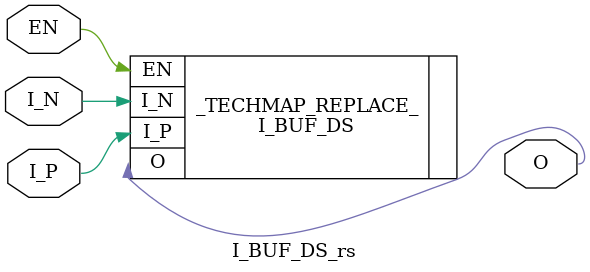
<source format=v>
module I_SERDES_rs (...);
parameter DATA_RATE = "SDR"; // Single or double data rate (SDR/DDR)
parameter WIDTH = 4; // Width of Deserialization (3-10)
parameter DPA_MODE = "NONE"; // Select Dynamic Phase Alignment or Clock Data Recovery (NONE/DPA/CDR)
input  D;
input  RX_RST;
input  BITSLIP_ADJ;
input  EN;
input  CLK_IN;
output  CLK_OUT;
output  [WIDTH-1:0] Q;
output  DATA_VALID;
output  DPA_LOCK;
output  DPA_ERROR;
input  PLL_LOCK;
input  PLL_CLK;

I_SERDES #(
    .DATA_RATE(DATA_RATE),
    .WIDTH(WIDTH),
    .DPA_MODE(DPA_MODE)
)
_TECHMAP_REPLACE_ (
    .D(D),              
    .RX_RST(RX_RST),        
    .BITSLIP_ADJ(BITSLIP_ADJ),   
    .EN(EN),            
    .CLK_IN(CLK_IN),        
    .CLK_OUT(CLK_OUT),           
    .Q(Q),     
    .DATA_VALID(DATA_VALID),       
    .DPA_LOCK(DPA_LOCK),          
    .PLL_LOCK(PLL_LOCK),          
    .PLL_CLK(PLL_CLK)         
  );


endmodule

module O_SERDES_rs(...);

parameter DATA_RATE = "SDR"; // Single or double data rate (SDR/DDR)
parameter WIDTH = 4; // Width of input data to serializer (3-10)

input  [WIDTH-1:0] D;
input  RST;
input  LOAD_WORD;
input  CLK_IN;
input  OE_IN;
output OE_OUT;
output Q;
input  CHANNEL_BOND_SYNC_IN;
output CHANNEL_BOND_SYNC_OUT;
input  PLL_LOCK;
input  PLL_CLK;

O_SERDES #(.DATA_RATE(DATA_RATE),.WIDTH(WIDTH)) 
_TECHMAP_REPLACE_ (
  .D(D),      // D input bus
  .RST(RST),           // Active-low, asynchronous reset
  .LOAD_WORD(LOAD_WORD),     // Load word input
  .CLK_IN(CLK_IN),        // Fabric clock input
  .OE_IN(OE_IN),         // Output tri-state enable input
  .OE_OUT(OE_OUT),            // Output tri-state enable output (conttect to O_BUFT or inferred tri-state signal)
  .Q(Q),             // Data output (Connect to output port, buffer or O_DELAY)
  .PLL_LOCK(PLL_LOCK),          // PLL lock input
  .PLL_CLK(PLL_CLK)         // PLL clock input
);
endmodule

module PLL_rs(...);

parameter DIVIDE_CLK_IN_BY_2 = "FALSE"; // Enable input divider (TRUE/FALSE)
parameter PLL_MULT = 16; // VCO clock multiplier value (16-1000)
parameter PLL_DIV = 1; // VCO clock divider value (1-63)
parameter PLL_POST_DIV = 2; // VCO clock post-divider value (2,4,6,8,10,12,14,16,18,20,24,28,30,32,36,40,42,48,50,56,60,70,72,84,98)

input  PLL_EN;
input  CLK_IN;
output reg CLK_OUT;
output reg CLK_OUT_DIV2;
output reg CLK_OUT_DIV3;
output reg CLK_OUT_DIV4;
output reg SERDES_FAST_CLK;
output reg LOCK;

PLL #(.DIVIDE_CLK_IN_BY_2 (DIVIDE_CLK_IN_BY_2),
      .PLL_MULT (PLL_MULT),
      .PLL_DIV (PLL_DIV),
      .PLL_POST_DIV (PLL_POST_DIV) 
) 
_TECHMAP_REPLACE_(
  
  .PLL_EN(PLL_EN),
  .CLK_IN(CLK_IN),
  .CLK_OUT(CLK_OUT),
  .CLK_OUT_DIV2(CLK_OUT_DIV2),
  .CLK_OUT_DIV3(CLK_OUT_DIV3),
  .CLK_OUT_DIV4(CLK_OUT_DIV4),
  .SERDES_FAST_CLK(SERDES_FAST_CLK),
  .LOCK(LOCK)
);
endmodule

module SOC_FPGA_TEMPERATURE_rs(...);


parameter INITIAL_TEMPERATURE = 25;
parameter TEMPERATURE_FILE = "";

output reg [7:0] TEMPERATURE;
output reg VALID;
output reg ERROR;

SOC_FPGA_TEMPERATURE #(
  .INITIAL_TEMPERATURE(INITIAL_TEMPERATURE),
  .TEMPERATURE_FILE(TEMPERATURE_FILE)
  )
_TECHMAP_REPLACE_
(
  .TEMPERATURE(TEMPERATURE),
  .VALID(VALID),
  .ERROR(ERROR)

);
endmodule

module O_SERDES_CLK_rs(...);

parameter DATA_RATE = "SDR"; // Single or double data rate (SDR/DDR)
parameter CLOCK_PHASE = 0; // Clock phase (0,90,180,270)

input  CLK_EN;
output reg OUTPUT_CLK;
input PLL_LOCK;
input PLL_CLK;

O_SERDES_CLK #(.DATA_RATE (DATA_RATE),.CLOCK_PHASE(DATA_RATE))
_TECHMAP_REPLACE_(
.CLK_EN(CLK_EN),
.OUTPUT_CLK(OUTPUT_CLK),
.PLL_LOCK(PLL_LOCK),
.PLL_CLK(PLL_CLK)

);
endmodule

module O_DELAY_rs(...);

parameter DELAY = 0; // TAP delay value (0-63)

input  I;
input  DLY_LOAD;
input  DLY_ADJ;
input  DLY_INCDEC;
output  [5:0] DLY_TAP_VALUE;
input  CLK_IN;
output  O;


O_DELAY#(.DELAY(DELAY))

_TECHMAP_REPLACE_(
  .I(I),
  .DLY_LOAD(DLY_LOAD),
  .DLY_ADJ(DLY_ADJ),
  .DLY_INCDEC(DLY_INCDEC),
  .DLY_TAP_VALUE(DLY_TAP_VALUE),
  .CLK_IN(CLK_IN),
  .O(O)
);
endmodule

module O_BUFT_DS_rs(...);

parameter WEAK_KEEPER = "NONE";
input  I;
input  T;
output  O_P;
output  O_N;

O_BUFT_DS #(.WEAK_KEEPER(WEAK_KEEPER)) _TECHMAP_REPLACE_(

 .I(I),
 .T(T),
 .O_P(O_P),
 .O_N(O_N)
);

endmodule

module BOOT_CLOCK_rs (...);

parameter PERIOD = 25.0; // Clock period for simulation purposes (nS)
output reg O;

BOOT_CLOCK #(.PERIOD(PERIOD)) _TECHMAP_REPLACE_(.O(O));
endmodule

module I_BUF_DS_rs(...);


parameter WEAK_KEEPER = "NONE";
parameter IOSTANDARD = "DEFAULT";
parameter DIFFERENTIAL_TERMINATION = "TRUE" ;


input  I_P;
input  I_N;
input  EN;
output reg O;

I_BUF_DS #(
.WEAK_KEEPER(WEAK_KEEPER),
.IOSTANDARD(IOSTANDARD) ,
.DIFFERENTIAL_TERMINATION (DIFFERENTIAL_TERMINATION)
)_TECHMAP_REPLACE_(
  .I_P(I_P),
  .I_N(I_N),
  .EN(EN),
  .O(O)
);

endmodule
</source>
